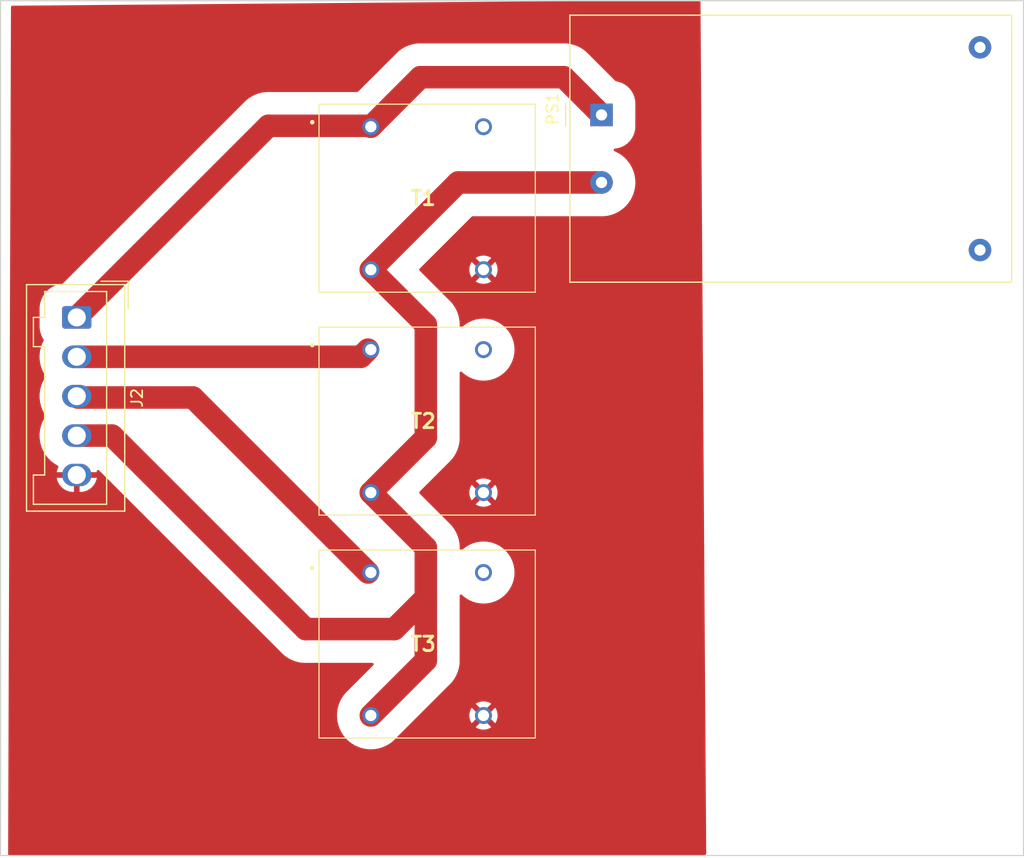
<source format=kicad_pcb>
(kicad_pcb (version 20221018) (generator pcbnew)
  (layers (0 "F.Cu" signal) (31 "B.Cu" signal) (34 "B.Paste" user) (35 "F.Paste" user) (36 "B.SilkS" user "B.Silkscreen") (37 "F.SilkS" user "F.Silkscreen") (38 "B.Mask" user) (39 "F.Mask" user) (44 "Edge.Cuts" user))
  (net 0 "")
  (net 1 "/L1")
  (net 2 "/L2")
  (net 3 "Earth")
  (net 4 "Net-(T1-SEC_2)")
  (net 5 "/L3")
  (net 6 "Net-(T2-SEC_2)")
  (net 7 "/N")
  (net 8 "Net-(T3-SEC_2)")
  (net 9 "GND")
  (net 10 "3V3")
  (footprint "Enerwize:ZMPT101B" (layer "F.Cu") (at 80.29 54.27)
    (fp_text reference "T1" (at 4.65 6.35) (layer "F.SilkS") (effects (font (size 1.27 1.27) (thickness 0.254))))
    (fp_text value "ZMPT101B" hide)
    (fp_line (start -5.2 -0.5) (end -5.2 -0.5) (stroke (width 0.2)) (layer "F.SilkS"))
    (fp_line (start -5.2 -0.3) (end -5.2 -0.3) (stroke (width 0.2)) (layer "F.SilkS"))
    (fp_line (start -4.6 -2) (end 14.6 -2) (stroke (width 0.1)) (layer "F.SilkS"))
    (fp_line (start -4.6 14.7) (end -4.6 -2) (stroke (width 0.1)) (layer "F.SilkS"))
    (fp_line (start 14.6 -2) (end 14.6 14.7) (stroke (width 0.1)) (layer "F.SilkS"))
    (fp_line (start 14.6 14.7) (end -4.6 14.7) (stroke (width 0.1)) (layer "F.SilkS"))
    (fp_arc (start -5.2 -0.5) (mid -5.1 -0.4) (end -5.2 -0.3) (stroke (width 0.2)) (layer "F.SilkS"))
    (fp_arc (start -5.2 -0.3) (mid -5.3 -0.4) (end -5.2 -0.5) (stroke (width 0.2)) (layer "F.SilkS"))
    (pad "1" thru_hole circle (at 0 0) (size 1.5 1.5) (drill 1) (layers "*.Cu" "*.Mask") (net 1 "/L1"))
    (pad "2" thru_hole circle (at 0 12.7) (size 1.5 1.5) (drill 1) (layers "*.Cu" "*.Mask") (net 7 "/N"))
    (pad "3" thru_hole circle (at 10 12.7) (size 1.5 1.5) (drill 1) (layers "*.Cu" "*.Mask") (net 3 "Earth"))
    (pad "4" thru_hole circle (at 10 0) (size 1.5 1.5) (drill 1) (layers "*.Cu" "*.Mask") (net 4 "Net-(T1-SEC_2)"))
  )
  (footprint "Enerwize:ZMPT101B" (layer "F.Cu") (at 80.29 74.07)
    (fp_text reference "T2" (at 4.65 6.35) (layer "F.SilkS") (effects (font (size 1.27 1.27) (thickness 0.254))))
    (fp_text value "ZMPT101B" hide)
    (fp_line (start -5.2 -0.5) (end -5.2 -0.5) (stroke (width 0.2)) (layer "F.SilkS"))
    (fp_line (start -5.2 -0.3) (end -5.2 -0.3) (stroke (width 0.2)) (layer "F.SilkS"))
    (fp_line (start -4.6 -2) (end 14.6 -2) (stroke (width 0.1)) (layer "F.SilkS"))
    (fp_line (start -4.6 14.7) (end -4.6 -2) (stroke (width 0.1)) (layer "F.SilkS"))
    (fp_line (start 14.6 -2) (end 14.6 14.7) (stroke (width 0.1)) (layer "F.SilkS"))
    (fp_line (start 14.6 14.7) (end -4.6 14.7) (stroke (width 0.1)) (layer "F.SilkS"))
    (fp_arc (start -5.2 -0.5) (mid -5.1 -0.4) (end -5.2 -0.3) (stroke (width 0.2)) (layer "F.SilkS"))
    (fp_arc (start -5.2 -0.3) (mid -5.3 -0.4) (end -5.2 -0.5) (stroke (width 0.2)) (layer "F.SilkS"))
    (pad "1" thru_hole circle (at 0 0) (size 1.5 1.5) (drill 1) (layers "*.Cu" "*.Mask") (net 2 "/L2"))
    (pad "2" thru_hole circle (at 0 12.7) (size 1.5 1.5) (drill 1) (layers "*.Cu" "*.Mask") (net 7 "/N"))
    (pad "3" thru_hole circle (at 10 12.7) (size 1.5 1.5) (drill 1) (layers "*.Cu" "*.Mask") (net 3 "Earth"))
    (pad "4" thru_hole circle (at 10 0) (size 1.5 1.5) (drill 1) (layers "*.Cu" "*.Mask") (net 6 "Net-(T2-SEC_2)"))
  )
  (footprint "Connector_Wago:Wago_734-135_1x05_P3.50mm_Vertical" (layer "F.Cu") (at 54.186 71.208 -90)
    (fp_text reference "J2" (at 7.15 -5.35 90) (layer "F.SilkS"))
    (fp_text value "Conn_01x05_Socket")
    (fp_line (start -3.21 -4.56) (end -0.8 -4.56) (stroke (width 0.12)) (layer "F.SilkS"))
    (fp_line (start -3.21 -2.15) (end -3.21 -4.56) (stroke (width 0.12)) (layer "F.SilkS"))
    (fp_line (start -2.91 -4.26) (end -2.91 4.46) (stroke (width 0.12)) (layer "F.SilkS"))
    (fp_line (start -2.91 4.46) (end 17.21 4.46) (stroke (width 0.12)) (layer "F.SilkS"))
    (fp_line (start -2.3 -2.65) (end -2.3 2.85) (stroke (width 0.12)) (layer "F.SilkS"))
    (fp_line (start -2.3 2.85) (end 0 2.85) (stroke (width 0.12)) (layer "F.SilkS"))
    (fp_line (start 0 2.85) (end 0 3.85) (stroke (width 0.12)) (layer "F.SilkS"))
    (fp_line (start 0 3.85) (end 2.6 3.85) (stroke (width 0.12)) (layer "F.SilkS"))
    (fp_line (start 2.6 2.85) (end 14 2.85) (stroke (width 0.12)) (layer "F.SilkS"))
    (fp_line (start 2.6 3.85) (end 2.6 2.85) (stroke (width 0.12)) (layer "F.SilkS"))
    (fp_line (start 14 2.85) (end 14 3.85) (stroke (width 0.12)) (layer "F.SilkS"))
    (fp_line (start 14 3.85) (end 16.6 3.85) (stroke (width 0.12)) (layer "F.SilkS"))
    (fp_line (start 16.6 -2.65) (end -2.3 -2.65) (stroke (width 0.12)) (layer "F.SilkS"))
    (fp_line (start 16.6 3.85) (end 16.6 -2.65) (stroke (width 0.12)) (layer "F.SilkS"))
    (fp_line (start 17.21 -4.26) (end -2.91 -4.26) (stroke (width 0.12)) (layer "F.SilkS"))
    (fp_line (start 17.21 4.46) (end 17.21 -4.26) (stroke (width 0.12)) (layer "F.SilkS"))
    (pad "1" thru_hole roundrect (at 0 0 270) (size 2 2.6) (drill 1.6) (layers "*.Cu" "*.Mask") (roundrect_rratio 0.125) (net 1 "/L1"))
    (pad "2" thru_hole oval (at 3.5 0 270) (size 2 2.6) (drill 1.6) (layers "*.Cu" "*.Mask") (net 2 "/L2"))
    (pad "3" thru_hole oval (at 7 0 270) (size 2 2.6) (drill 1.6) (layers "*.Cu" "*.Mask") (net 5 "/L3"))
    (pad "4" thru_hole oval (at 10.5 0 270) (size 2 2.6) (drill 1.6) (layers "*.Cu" "*.Mask") (net 7 "/N"))
    (pad "5" thru_hole oval (at 14 0 270) (size 2 2.6) (drill 1.6) (layers "*.Cu" "*.Mask") (net 3 "Earth"))
  )
  (footprint "Converter_ACDC:Converter_ACDC_HiLink_HLK-5Mxx" (layer "F.Cu") (at 100.7695 53.222)
    (fp_text reference "PS1" (at -4.34 -0.55 90) (layer "F.SilkS"))
    (fp_text value "HLK-5M03")
    (fp_line (start -3.19 -1) (end -3.19 1.01) (stroke (width 0.12)) (layer "F.SilkS"))
    (fp_line (start -2.81 -8.86) (end -2.81 14.86) (stroke (width 0.12)) (layer "F.SilkS"))
    (fp_line (start -2.8 14.86) (end 36.41 14.86) (stroke (width 0.12)) (layer "F.SilkS"))
    (fp_line (start 36.41 -8.86) (end -2.8 -8.86) (stroke (width 0.12)) (layer "F.SilkS"))
    (fp_line (start 36.41 14.86) (end 36.41 -8.86) (stroke (width 0.12)) (layer "F.SilkS"))
    (pad "1" thru_hole rect (at 0 0) (size 2 2) (drill 1) (layers "*.Cu" "*.Mask") (net 1 "/L1"))
    (pad "2" thru_hole circle (at 0 6) (size 2 2) (drill 1) (layers "*.Cu" "*.Mask") (net 7 "/N"))
    (pad "3" thru_hole circle (at 33.6 -6) (size 2 2) (drill 1) (layers "*.Cu" "*.Mask") (net 9 "GND"))
    (pad "4" thru_hole circle (at 33.6 12) (size 2 2) (drill 1) (layers "*.Cu" "*.Mask") (net 10 "3V3"))
  )
  (footprint "Enerwize:ZMPT101B" (layer "F.Cu") (at 80.29 93.87)
    (fp_text reference "T3" (at 4.65 6.35) (layer "F.SilkS") (effects (font (size 1.27 1.27) (thickness 0.254))))
    (fp_text value "ZMPT101B" hide)
    (fp_line (start -5.2 -0.5) (end -5.2 -0.5) (stroke (width 0.2)) (layer "F.SilkS"))
    (fp_line (start -5.2 -0.3) (end -5.2 -0.3) (stroke (width 0.2)) (layer "F.SilkS"))
    (fp_line (start -4.6 -2) (end 14.6 -2) (stroke (width 0.1)) (layer "F.SilkS"))
    (fp_line (start -4.6 14.7) (end -4.6 -2) (stroke (width 0.1)) (layer "F.SilkS"))
    (fp_line (start 14.6 -2) (end 14.6 14.7) (stroke (width 0.1)) (layer "F.SilkS"))
    (fp_line (start 14.6 14.7) (end -4.6 14.7) (stroke (width 0.1)) (layer "F.SilkS"))
    (fp_arc (start -5.2 -0.5) (mid -5.1 -0.4) (end -5.2 -0.3) (stroke (width 0.2)) (layer "F.SilkS"))
    (fp_arc (start -5.2 -0.3) (mid -5.3 -0.4) (end -5.2 -0.5) (stroke (width 0.2)) (layer "F.SilkS"))
    (pad "1" thru_hole circle (at 0 0) (size 1.5 1.5) (drill 1) (layers "*.Cu" "*.Mask") (net 5 "/L3"))
    (pad "2" thru_hole circle (at 0 12.7) (size 1.5 1.5) (drill 1) (layers "*.Cu" "*.Mask") (net 7 "/N"))
    (pad "3" thru_hole circle (at 10 12.7) (size 1.5 1.5) (drill 1) (layers "*.Cu" "*.Mask") (net 3 "Earth"))
    (pad "4" thru_hole circle (at 10 0) (size 1.5 1.5) (drill 1) (layers "*.Cu" "*.Mask") (net 8 "Net-(T3-SEC_2)"))
  )
  (gr_rect (start 47.42 43.08) (end 138.23 119.01) (stroke (width 0.1)) (fill none) (layer "Edge.Cuts"))
  (segment (start 80.21 54.19) (end 80.29 54.27) (width 2) (layer "F.Cu") (net 1))
  (segment (start 97.4195 49.872) (end 100.7695 53.222) (width 2) (layer "F.Cu") (net 1))
  (segment (start 54.186 71.208) (end 71.204 54.19) (width 2) (layer "F.Cu") (net 1))
  (segment (start 71.204 54.19) (end 80.21 54.19) (width 2) (layer "F.Cu") (net 1))
  (segment (start 80.29 54.27) (end 84.688 49.872) (width 2) (layer "F.Cu") (net 1))
  (segment (start 84.688 49.872) (end 97.4195 49.872) (width 2) (layer "F.Cu") (net 1))
  (segment (start 54.186 74.708) (end 79.402 74.708) (width 2) (layer "F.Cu") (net 2))
  (segment (start 79.402 74.708) (end 80.04 74.07) (width 2) (layer "F.Cu") (net 2))
  (segment (start 64.49 78.32) (end 80.04 93.87) (width 2) (layer "F.Cu") (net 5))
  (segment (start 54.298 78.32) (end 64.49 78.32) (width 2) (layer "F.Cu") (net 5))
  (segment (start 54.186 78.208) (end 54.298 78.32) (width 2) (layer "F.Cu") (net 5))
  (segment (start 82.24 88.72) (end 85.174 91.654) (width 2) (layer "F.Cu") (net 7))
  (segment (start 57.32 81.708) (end 74.506 98.894) (width 2) (layer "F.Cu") (net 7))
  (segment (start 80.29 66.97) (end 85.174 71.854) (width 2) (layer "F.Cu") (net 7))
  (segment (start 85.174 101.686) (end 80.29 106.57) (width 2) (layer "F.Cu") (net 7))
  (segment (start 80.29 66.97) (end 88.038 59.222) (width 2) (layer "F.Cu") (net 7))
  (segment (start 85.174 81.886) (end 80.29 86.77) (width 2) (layer "F.Cu") (net 7))
  (segment (start 88.038 59.222) (end 100.7695 59.222) (width 2) (layer "F.Cu") (net 7))
  (segment (start 82.38 98.894) (end 85.174 96.1) (width 2) (layer "F.Cu") (net 7))
  (segment (start 85.174 91.654) (end 85.174 101.686) (width 2) (layer "F.Cu") (net 7))
  (segment (start 54.186 81.708) (end 57.32 81.708) (width 2) (layer "F.Cu") (net 7))
  (segment (start 85.174 71.854) (end 85.174 81.886) (width 2) (layer "F.Cu") (net 7))
  (segment (start 82.24 88.72) (end 80.29 86.77) (width 2) (layer "F.Cu") (net 7))
  (segment (start 74.506 98.894) (end 82.38 98.894) (width 2) (layer "F.Cu") (net 7))
  (zone (net 3) (net_name "Earth") (layer "F.Cu") (connect_pads (clearance 2)) (min_thickness 0.25) (fill yes (thermal_gap 0.5) (thermal_bridge_width 0.5))
    (polygon (pts (xy 109.558 43.014) (xy 110.066 118.96) (xy 48.09 119.214) (xy 48.344 43.522)))
  )
)
</source>
